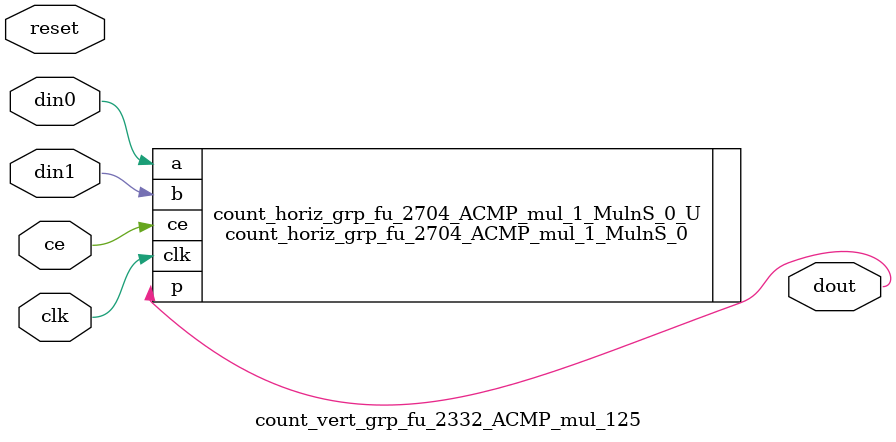
<source format=v>

`timescale 1 ns / 1 ps
module count_vert_grp_fu_2332_ACMP_mul_125(
    clk,
    reset,
    ce,
    din0,
    din1,
    dout);

parameter ID = 32'd1;
parameter NUM_STAGE = 32'd1;
parameter din0_WIDTH = 32'd1;
parameter din1_WIDTH = 32'd1;
parameter dout_WIDTH = 32'd1;
input clk;
input reset;
input ce;
input[din0_WIDTH - 1:0] din0;
input[din1_WIDTH - 1:0] din1;
output[dout_WIDTH - 1:0] dout;



count_horiz_grp_fu_2704_ACMP_mul_1_MulnS_0 count_horiz_grp_fu_2704_ACMP_mul_1_MulnS_0_U(
    .clk( clk ),
    .ce( ce ),
    .a( din0 ),
    .b( din1 ),
    .p( dout ));

endmodule

</source>
